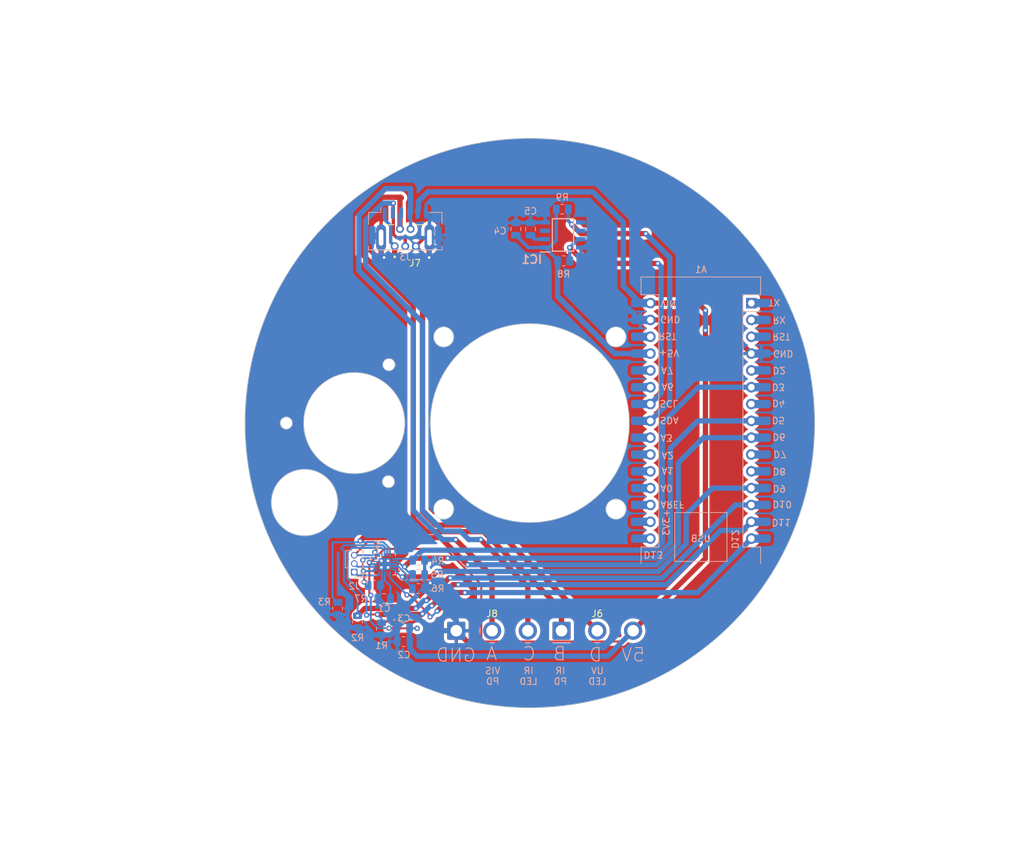
<source format=kicad_pcb>
(kicad_pcb (version 20221018) (generator pcbnew)
  (layers (0 "F.Cu" signal) (31 "B.Cu" signal) (34 "B.Paste" user) (35 "F.Paste" user) (36 "B.SilkS" user "B.Silkscreen") (37 "F.SilkS" user "F.Silkscreen") (38 "B.Mask" user) (39 "F.Mask" user) (44 "Edge.Cuts" user))
  (net 0 "")
  (net 1 "GND")
  (net 6 "UL")
  (net 8 "WL")
  (net 9 "WH")
  (net 12 "VL")
  (net 13 "VH")
  (net 14 "UH")
  (net 15 "VIO")
  (net 23 "SDA")
  (net 24 "SCL")
  (net 27 "+5V")
  (net 29 "VCC")
  (net 30 "Net-(U1-1.8VOUT)")
  (net 31 "W")
  (net 32 "V")
  (net 33 "Net-(J3-Pin_1)")
  (net 34 "Net-(J3-Pin_2)")
  (net 35 "Net-(J3-Pin_3)")
  (net 36 "Net-(J3-Pin_4)")
  (net 37 "U")
  (net 38 "Net-(U1-BRUV)")
  (net 42 "Net-(IC1-VDD3V3)")
  (footprint "USBMini:AMPHENOL_UE25BE5510H" (layer "F.Cu") (at 121.2 62 180)
    (fp_text reference "J7")
    (fp_text value "UE25BE5510H")
  )
  (footprint "Connector_Wire:SolderWire-1sqmm_1x03_P5.4mm_D1.4mm_OD2.7mm" (layer "F.Cu") (at 128.9 121.36)
    (fp_text reference "J8")
    (fp_text value "Conn_01x03_Pin")
  )
  (footprint "Connector_Wire:SolderWire-1sqmm_1x03_P5.4mm_D1.4mm_OD2.7mm" (layer "F.Cu") (at 144.78 121.36)
    (fp_text reference "J6")
    (fp_text value "Conn_01x03_Pin")
  )
  (footprint "Resistor_SMD:R_0805_2012Metric" (layer "B.Cu") (at 117.6 121.0875 -90)
    (fp_text reference "R1")
    (fp_text value "100k" hide)
  )
  (footprint "EveryNano:Arduino_Nano_pads" (layer "B.Cu") (at 173.425 71.89 90)
    (fp_text reference "A1")
    (fp_text value "Arduino_Nano_v3.x" hide)
  )
  (footprint "AS5600:SOIC127P600X175-8N" (layer "B.Cu") (at 145 61.6)
    (fp_text reference "IC1")
    (fp_text value "AS5600-ASOM" hide)
  )
  (footprint "Capacitor_SMD:C_0805_2012Metric" (layer "B.Cu") (at 140.1 60.705 90)
    (fp_text reference "C5")
    (fp_text value "1uF" hide)
  )
  (footprint "Resistor_SMD:R_0805_2012Metric" (layer "B.Cu") (at 123.1875 115)
    (fp_text reference "R6")
    (fp_text value "100k" hide)
  )
  (footprint "Capacitor_SMD:C_0805_2012Metric" (layer "B.Cu") (at 120.9 120.9 180)
    (fp_text reference "C3")
    (fp_text value "10uF" hide)
  )
  (footprint "Resistor_SMD:R_0805_2012Metric" (layer "B.Cu") (at 114 120 -90)
    (fp_text reference "R2")
    (fp_text value "100k" hide)
  )
  (footprint "Connector_Molex:Molex_CLIK-Mate_502382-0670_1x06-1MP_P1.25mm_Vertical" (layer "B.Cu") (at 121.2 60.25)
    (fp_text reference "J3")
    (fp_text value "Conn_01x06_Pin" hide)
  )
  (footprint "Connector_PinSocket_1.27mm:PinSocket_1x03_P1.27mm_Vertical" (layer "B.Cu") (at 113.5 112.5)
    (fp_text reference "J2")
    (fp_text value "Conn_01x03_Pin")
  )
  (footprint "Resistor_SMD:R_0805_2012Metric" (layer "B.Cu") (at 144.9 57.705 180)
    (fp_text reference "R9")
    (fp_text value "10k" hide)
  )
  (footprint "Resistor_SMD:R_0805_2012Metric" (layer "B.Cu") (at 111 118 -90)
    (fp_text reference "R3")
    (fp_text value "100k" hide)
  )
  (footprint "TMC6300:21-100586_K2033&plus_1C_ADI" (layer "B.Cu") (at 118.0776 111.300001 -90)
    (fp_text reference "U1")
    (fp_text value "TMC6300-LA-T" hide)
  )
  (footprint "Resistor_SMD:R_0805_2012Metric" (layer "B.Cu") (at 116.5 114.5)
    (fp_text reference "R7")
    (fp_text value "0.12" hide)
  )
  (footprint "Capacitor_SMD:C_0805_2012Metric" (layer "B.Cu") (at 120.95 123 180)
    (fp_text reference "C2")
    (fp_text value "0.1uF" hide)
  )
  (footprint "Resistor_SMD:R_0805_2012Metric" (layer "B.Cu") (at 145.1 65.505 180)
    (fp_text reference "R8")
    (fp_text value "10k" hide)
  )
  (footprint "Capacitor_SMD:C_0805_2012Metric" (layer "B.Cu") (at 137.9 60.705 90)
    (fp_text reference "C4")
    (fp_text value "0.1uF" hide)
  )
  (footprint "Resistor_SMD:R_0805_2012Metric" (layer "B.Cu") (at 123.2125 110.7)
    (fp_text reference "R4")
    (fp_text value "100k" hide)
  )
  (footprint "Resistor_SMD:R_0805_2012Metric" (layer "B.Cu") (at 123.2125 112.9)
    (fp_text reference "R5")
    (fp_text value "100k" hide)
  )
  (footprint "Capacitor_SMD:C_0805_2012Metric" (layer "B.Cu") (at 118 116.5 180)
    (fp_text reference "C1")
    (fp_text value "0.1uF" hide)
  )
  (gr_circle (center 118.73 81.19) (end 118.27 81.97) (stroke (width 0.1)) (fill none) (layer "Edge.Cuts"))
  (gr_circle (center 127 77) (end 128.5 77) (stroke (width 0.1)) (fill none) (layer "Edge.Cuts"))
  (gr_circle (center 113.5 90) (end 120.5 93) (stroke (width 0.1)) (fill none) (layer "Edge.Cuts"))
  (gr_circle (center 153 103) (end 154.5 103) (stroke (width 0.1)) (fill none) (layer "Edge.Cuts"))
  (gr_circle (center 153 77) (end 154.5 77) (stroke (width 0.1)) (fill none) (layer "Edge.Cuts"))
  (gr_circle (center 127 103) (end 128.5 103) (stroke (width 0.1)) (fill none) (layer "Edge.Cuts"))
  (gr_circle (center 140 90) (end 97 90) (stroke (width 0.1)) (fill none) (layer "Edge.Cuts"))
  (gr_circle (center 103.25 90) (end 102.35 90) (stroke (width 0.1)) (fill none) (layer "Edge.Cuts"))
  (gr_circle (center 118.66 98.85) (end 117.76 98.76) (stroke (width 0.1)) (fill none) (layer "Edge.Cuts"))
  (gr_circle (center 106 102) (end 109 98) (stroke (width 0.1)) (fill none) (layer "Edge.Cuts"))
  (gr_circle (center 140 90) (end 155 90) (stroke (width 0.1)) (fill none) (layer "Edge.Cuts"))
  (gr_text "GND" (at 132 126.2) (layer "B.SilkS") (effects (font (size 2 2)) (justify left bottom mirror)))
  (gr_text "B" (at 145.58 126) (layer "B.SilkS") (effects (font (size 2 2)) (justify left bottom mirror)))
  (gr_text "UV\nLED\n" (at 150.2 129.6) (layer "B.SilkS") (effects (font (size 1 1)) (justify bottom mirror)))
  (gr_text "D" (at 151 126.16) (layer "B.SilkS") (effects (font (size 2 2)) (justify left bottom mirror)))
  (gr_text "A" (at 135.2 126) (layer "B.SilkS") (effects (font (size 2 2)) (justify left bottom mirror)))
  (gr_text "IR\nPD\n" (at 144.6 129.6) (layer "B.SilkS") (effects (font (size 1 1)) (justify bottom mirror)))
  (gr_text "IR\nLED\n" (at 139.8 129.6) (layer "B.SilkS") (effects (font (size 1 1)) (justify bottom mirror)))
  (gr_text "5V" (at 157.48 126.16) (layer "B.SilkS") (effects (font (size 2 2)) (justify left bottom mirror)))
  (gr_text "VIS\nPD\n" (at 134.4 129.6) (layer "B.SilkS") (effects (font (size 1 1)) (justify bottom mirror)))
  (gr_text "C" (at 141 126) (layer "B.SilkS") (effects (font (size 2 2)) (justify left bottom mirror)))
  (segment (start 117.55 64.55) (end 118 65) (width 0.8) (layer "F.Cu") (net 1))
  (segment (start 117.6 111.354261) (end 120.385973 114.140234) (width 0.8) (layer "F.Cu") (net 1))
  (segment (start 167.5 74.43) (end 168.345 74.43) (width 0.8) (layer "F.Cu") (net 1))
  (segment (start 117.6 110.8) (end 117.6 111.354261) (width 0.8) (layer "F.Cu") (net 1))
  (segment (start 132.04 124.5) (end 159.5 124.5) (width 0.8) (layer "F.Cu") (net 1))
  (segment (start 168.345 74.43) (end 173.425 79.51) (width 0.8) (layer "F.Cu") (net 1))
  (segment (start 128.9 121.36) (end 132.04 124.5) (width 0.8) (layer "F.Cu") (net 1))
  (segment (start 127.96 121.36) (end 128.9 121.36) (width 0.3) (layer "F.Cu") (net 1))
  (segment (start 124.85 62) (end 124.1 62) (width 0.5) (layer "F.Cu") (net 1))
  (segment (start 159.5 124.5) (end 167.5 116.5) (width 0.8) (layer "F.Cu") (net 1))
  (segment (start 120.385973 114.140234) (end 124.974603 114.140234) (width 0.8) (layer "F.Cu") (net 1))
  (segment (start 124.8 65) (end 124.8 62.05) (width 0.8) (layer "F.Cu") (net 1))
  (segment (start 167.5 116.5) (end 167.5 74.43) (width 0.8) (layer "F.Cu") (net 1))
  (segment (start 158.185 74.43) (end 167.5 74.43) (width 0.8) (layer "F.Cu") (net 1))
  (segment (start 124.1 62) (end 122.8 63.3) (width 0.5) (layer "F.Cu") (net 1))
  (segment (start 124.8 62.05) (end 124.85 62) (width 0.8) (layer "F.Cu") (net 1))
  (segment (start 117.55 62) (end 117.55 64.55) (width 0.8) (layer "F.Cu") (net 1))
  (via (at 124.974603 114.140234) (size 0.8) (drill 0.4) (layers "F.Cu" "B.Cu") (net 1))
  (via (at 117.6 111.8) (size 0.8) (drill 0.4) (layers "F.Cu" "B.Cu") (net 1))
  (via (at 124.8 65) (size 0.8) (drill 0.4) (layers "F.Cu" "B.Cu") (net 1))
  (via (at 118 65) (size 0.8) (drill 0.4) (layers "F.Cu" "B.Cu") (net 1))
  (via (at 118.6 110.8) (size 0.8) (drill 0.4) (layers "F.Cu" "B.Cu") (net 1))
  (via (at 118.6 111.8) (size 0.8) (drill 0.4) (layers "F.Cu" "B.Cu") (net 1))
  (via (at 117.6 110.8) (size 0.8) (drill 0.4) (layers "F.Cu" "B.Cu") (net 1))
  (segment (start 130.318528 59.755) (end 127.536764 62.536764) (width 0.5) (layer "B.Cu") (net 1))
  (segment (start 124.125 112.9) (end 124.125 110.7) (width 0.3) (layer "B.Cu") (net 1))
  (segment (start 127.536764 62.536764) (end 126.673528 63.4) (width 0.5) (layer "B.Cu") (net 1))
  (segment (start 118.8 118.25) (end 117.05 116.5) (width 0.8) (layer "B.Cu") (net 1))
  (segment (start 117.677601 114.265101) (end 117.9125 114.5) (width 0.3) (layer "B.Cu") (net 1))
  (segment (start 117.2 61.65) (end 117.55 62) (width 0.8) (layer "B.Cu") (net 1))
  (segment (start 148.125 63.505) (end 148.8 62.83) (width 0.5) (layer "B.Cu") (net 1))
  (segment (start 140.1 59.755) (end 137.9 59.755) (width 0.5) (layer "B.Cu") (net 1))
  (segment (start 142.3 59.695) (end 140.16 59.695) (width 0.5) (layer "B.Cu") (net 1))
  (segment (start 124.959766 114.140234) (end 124.1 115) (width 0.8) (layer "B.Cu") (net 1))
  (segment (start 119.95 120.9) (end 118.8 119.75) (width 0.8) (layer "B.Cu") (net 1))
  (segment (start 118 111.377601) (end 118.0776 111.300001) (width 0.3) (layer "B.Cu") (net 1))
  (segment (start 121.677207 119.172793) (end 122.9 119.172792) (width 0.8) (layer "B.Cu") (net 1))
  (segment (start 124.1 115) (end 123.694607 115) (width 0.3) (layer "B.Cu") (net 1))
  (segment (start 148.95 66.74112) (end 148.95 62.6) (width 0.8) (layer "B.Cu") (net 1))
  (segment (start 124.85 58.825) (end 124.325 58.3) (width 0.5) (layer "B.Cu") (net 1))
  (segment (start 118.7 111.7) (end 118.6 111.8) (width 0.3) (layer "B.Cu") (net 1))
  (segment (start 117.677601 111.722399) (end 117.677601 111.7) (width 0.3) (layer "B.Cu") (net 1))
  (segment (start 117.677601 112.722401) (end 117.677601 111.877601) (width 0.3) (layer "B.Cu") (net 1))
  (segment (start 142.3 57.831472) (end 142.3 59.695) (width 0.5) (layer "B.Cu") (net 1))
  (segment (start 117.677601 114.234899) (end 117.4125 114.5) (width 0.3) (layer "B.Cu") (net 1))
  (segment (start 122.9 119.172792) (end 125.087208 121.36) (width 0.8) (layer "B.Cu") (net 1))
  (segment (start 113 120.9125) (end 111 118.9125) (width 0.8) (layer "B.Cu") (net 1))
  (segment (start 121.219607 117.475) (end 118.025 117.475) (width 0.3) (layer "B.Cu") (net 1))
  (segment (start 156.63888 74.43) (end 148.95 66.74112) (width 0.8) (layer "B.Cu") (net 1))
  (segment (start 119.100001 111.300001) (end 118.6 110.8) (width 0.3) (layer "B.Cu") (net 1))
  (segment (start 117.6 111.8) (end 117.677601 111.722399) (width 0.3) (layer "B.Cu") (net 1))
  (segment (start 125.087208 121.36) (end 128.9 121.36) (width 0.8) (layer "B.Cu") (net 1))
  (segment (start 116.225 61.65) (end 117.2 61.65) (width 0.8) (layer "B.Cu") (net 1))
  (segment (start 119.5 111.300001) (end 119.7794 111.300001) (width 0.3) (layer "B.Cu") (net 1))
  (segment (start 124.85 63) (end 124.85 62) (width 0.5) (layer "B.Cu") (net 1))
  (segment (start 147.7 63.505) (end 148.125 63.505) (width 0.5) (layer "B.Cu") (net 1))
  (segment (start 156.685 74.43) (end 156.63888 74.43) (width 0.8) (layer "B.Cu") (net 1))
  (segment (start 125.25 63.4) (end 124.85 63) (width 0.5) (layer "B.Cu") (net 1))
  (segment (start 126.673528 63.4) (end 125.25 63.4) (width 0.5) (layer "B.Cu") (net 1))
  (segment (start 143.831472 56.3) (end 142.3 57.831472) (width 0.5) (layer "B.Cu") (net 1))
  (segment (start 126.175 61.65) (end 127.061764 62.536764) (width 0.5) (layer "B.Cu") (net 1))
  (segment (start 117.677601 111.877601) (end 117.6 111.8) (width 0.3) (layer "B.Cu") (net 1))
  (segment (start 128.9 119.8) (end 124.1 115) (width 0.8) (layer "B.Cu") (net 1))
  (segment (start 119 122) (end 117.6 122) (width 0.8) (layer "B.Cu") (net 1))
  (segment (start 137.9 59.755) (end 130.318528 59.755) (width 0.5) (layer "B.Cu") (net 1))
  (segment (start 118.6 110.8) (end 118.099999 111.300001) (width 0.3) (layer "B.Cu") (net 1))
  (segment (start 118.8 119.75) (end 118.8 118.25) (width 0.8) (layer "B.Cu") (net 1))
  (segment (start 118.025 117.475) (end 117.05 116.5) (width 0.3) (layer "B.Cu") (net 1))
  (segment (start 118 65) (end 124.8 65) (width 0.8) (layer "B.Cu") (net 1))
  (segment (start 127.061764 62.536764) (end 127.536764 62.536764) (width 0.5) (layer "B.Cu") (net 1))
  (segment (start 117.4125 116.1375) (end 117.05 116.5) (width 0.3) (layer "B.Cu") (net 1))
  (segment (start 114 120.9125) (end 113 120.9125) (width 0.8) (layer "B.Cu") (net 1))
  (segment (start 117.977601 111.4) (end 118 111.4) (width 0.3) (layer "B.Cu") (net 1))
  (segment (start 119.7794 111.300001) (end 120.1397 111.6603) (width 0.3) (layer "B.Cu") (net 1))
  (segment (start 119.95 120.9) (end 121.677207 119.172793) (width 0.8) (layer "B.Cu") (net 1))
  (segment (start 117.4125 114.5) (end 117.4125 116.1375) (width 0.3) (layer "B.Cu") (net 1))
  (segment (start 124.125 114.975) (end 124.1 115) (width 0.3) (layer "B.Cu") (net 1))
  (segment (start 118.5 111.7) (end 118.477599 111.7) (width 0.3) (layer "B.Cu") (net 1))
  (segment (start 118.6 111.8) (end 118.5 111.7) (width 0.3) (layer "B.Cu") (net 1))
  (segment (start 121.479399 113) (end 121.479399 113.499006) (width 0.3) (layer "B.Cu") (net 1))
  (segment (start 121.479399 113.499006) (end 121.880393 113.9) (width 0.3) (layer "B.Cu") (net 1))
  (segment (start 123.694607 115) (end 121.219607 117.475) (width 0.3) (layer "B.Cu") (net 1))
  (segment (start 124.125 112.9) (end 124.125 114.975) (width 0.3) (layer "B.Cu") (net 1))
  (segment (start 140.16 59.695) (end 140.1 59.755) (width 0.5) (layer "B.Cu") (net 1))
  (segment (start 121.880393 113.9) (end 123.125 113.9) (width 0.3) (layer "B.Cu") (net 1))
  (segment (start 117.6 122) (end 115.0875 122) (width 0.8) (layer "B.Cu") (net 1))
  (segment (start 119.5 111.300001) (end 119.100001 111.300001) (width 0.3) (layer "B.Cu") (net 1))
  (segment (start 118 111.4) (end 118 111.377601) (width 0.3) (layer "B.Cu") (net 1))
  (segment (start 148.8 57.4) (end 147.7 56.3) (width 0.5) (layer "B.Cu") (net 1))
  (segment (start 117.677601 111.7) (end 117.977601 111.4) (width 0.3) (layer "B.Cu") (net 1))
  (segment (start 125.825 62) (end 126.175 61.65) (width 0.5) (layer "B.Cu") (net 1))
  (segment (start 128.9 121.36) (end 128.9 119.8) (width 0.8) (layer "B.Cu") (net 1))
  (segment (start 119.95 120.9) (end 119.95 122.95) (width 0.8) (layer "B.Cu") (net 1))
  (segment (start 120.1 111.7) (end 120.1397 111.6603) (width 0.3) (layer "B.Cu") (net 1))
  (segment (start 119.95 122.95) (end 120 123) (width 0.8) (layer "B.Cu") (net 1))
  (segment (start 118.477599 111.7) (end 118.0776 111.300001) (width 0.3) (layer "B.Cu") (net 1))
  (segment (start 124.85 62) (end 124.85 58.825) (width 0.5) (layer "B.Cu") (net 1))
  (segment (start 124.974603 114.140234) (end 124.959766 114.140234) (width 0.8) (layer "B.Cu") (net 1))
  (segment (start 123.125 113.9) (end 124.125 112.9) (width 0.3) (layer "B.Cu") (net 1))
  (segment (start 119.6 121.4) (end 119 122) (width 0.8) (layer "B.Cu") (net 1))
  (segment (start 119.5 111.7) (end 118.7 111.7) (width 0.3) (layer "B.Cu") (net 1))
  (segment (start 147.7 56.3) (end 143.831472 56.3) (width 0.5) (layer "B.Cu") (net 1))
  (segment (start 115.0875 122) (end 114 120.9125) (width 0.8) (layer "B.Cu") (net 1))
  (segment (start 120.1397 111.6603) (end 121.479399 113) (width 0.3) (layer "B.Cu") (net 1))
  (segment (start 119.5 111.7) (end 120.1 111.7) (width 0.3) (layer "B.Cu") (net 1))
  (segment (start 124.85 62) (end 125.825 62) (width 0.5) (layer "B.Cu") (net 1))
  (segment (start 118.099999 111.300001) (end 118.0776 111.300001) (width 0.3) (layer "B.Cu") (net 1))
  (segment (start 117.677601 112.722401) (end 117.677601 114.234899) (width 0.3) (layer "B.Cu") (net 1))
  (segment (start 148.8 62.83) (end 148.8 57.4) (width 0.5) (layer "B.Cu") (net 1))
  (segment (start 119.5 110.5) (end 122.1 110.5) (width 0.3) (layer "B.Cu") (net 6))
  (segment (start 160 108) (end 158.8 109.2) (width 0.8) (layer "B.Cu") (net 6))
  (segment (start 160 90) (end 160 108) (width 0.8) (layer "B.Cu") (net 6))
  (segment (start 173.425 84.59) (end 165.41 84.59) (width 0.8) (layer "B.Cu") (net 6))
  (segment (start 158.8 109.2) (end 123.8 109.2) (width 0.8) (layer "B.Cu") (net 6))
  (segment (start 122.1 110.5) (end 122.3 110.7) (width 0.3) (layer "B.Cu") (net 6))
  (segment (start 165.41 84.59) (end 160 90) (width 0.8) (layer "B.Cu") (net 6))
  (segment (start 123.8 109.2) (end 122.3 110.7) (width 0.8) (layer "B.Cu") (net 6))
  (segment (start 127.6 110.4) (end 122.4 110.4) (width 0.8) (layer "F.Cu") (net 8))
  (segment (start 122.4 110.4) (end 121.098966 111.701034) (width 0.8) (layer "F.Cu") (net 8))
  (via (at 127.6 110.4) (size 0.8) (drill 0.4) (layers "F.Cu" "B.Cu") (net 8))
  (via (at 121.098966 111.701034) (size 0.8) (drill 0.4) (layers "F.Cu" "B.Cu") (net 8))
  (segment (start 119.5 110.900002) (end 120.082601 110.900002) (width 0.3) (layer "B.Cu") (net 8))
  (segment (start 121.191299 112.008701) (end 122.082599 112.9) (width 0.3) (layer "B.Cu") (net 8))
  (segment (start 122.082599 112.9) (end 122.3 112.9) (width 0.3) (layer "B.Cu") (net 8))
  (segment (start 158.872792 110.4) (end 127.6 110.4) (width 0.8) (layer "B.Cu") (net 8))
  (segment (start 161.2 108.072792) (end 158.872792 110.4) (width 0.8) (layer "B.Cu") (net 8))
  (segment (start 173.425 89.67) (end 165.33 89.67) (width 0.8) (layer "B.Cu") (net 8))
  (segment (start 165.33 89.67) (end 161.2 93.8) (width 0.8) (layer "B.Cu") (net 8))
  (segment (start 161.2 93.8) (end 161.2 108.072792) (width 0.8) (layer "B.Cu") (net 8))
  (segment (start 121.191299 112.008701) (end 121.098966 111.916368) (width 0.3) (layer "B.Cu") (net 8))
  (segment (start 120.082601 110.900002) (end 121.191299 112.008701) (width 0.3) (layer "B.Cu") (net 8))
  (segment (start 121.098966 111.916368) (end 121.098966 111.701034) (width 0.3) (layer "B.Cu") (net 8))
  (segment (start 114.9005 107.3) (end 114.4 107.8005) (width 0.8) (layer "F.Cu") (net 9))
  (segment (start 130.6 111.4) (end 126.5 107.3) (width 0.8) (layer "F.Cu") (net 9))
  (segment (start 126.5 107.3) (end 114.9005 107.3) (width 0.8) (layer "F.Cu") (net 9))
  (via (at 130.6 111.4) (size 0.8) (drill 0.4) (layers "F.Cu" "B.Cu") (net 9))
  (via (at 114.4 107.8005) (size 0.8) (drill 0.4) (layers "F.Cu" "B.Cu") (net 9))
  (segment (start 110.225 116.3125) (end 111 117.0875) (width 0.3) (layer "B.Cu") (net 9))
  (segment (start 159.145584 111.4) (end 151.6 111.4) (width 0.8) (layer "B.Cu") (net 9))
  (segment (start 173.425 92.21) (end 166.19 92.21) (width 0.8) (layer "B.Cu") (net 9))
  (segment (start 118.877601 109.877601) (end 118.877601 108.96363) (width 0.3) (layer "B.Cu") (net 9))
  (segment (start 151.6 111.4) (end 130.6 111.4) (width 0.8) (layer "B.Cu") (net 9))
  (segment (start 117.913971 108) (end 110.225 108) (width 0.3) (layer "B.Cu") (net 9))
  (segment (start 110.225 108) (end 110.225 116.3125) (width 0.3) (layer "B.Cu") (net 9))
  (segment (start 166.19 92.21) (end 162.4 96) (width 0.8) (layer "B.Cu") (net 9))
  (segment (start 162.4 96) (end 162.4 108.145584) (width 0.8) (layer "B.Cu") (net 9))
  (segment (start 162.4 108.145584) (end 159.145584 111.4) (width 0.8) (layer "B.Cu") (net 9))
  (segment (start 118.877601 108.96363) (end 117.913971 108) (width 0.3) (layer "B.Cu") (net 9))
  (segment (start 125.159266 113.240734) (end 120.759266 113.240734) (width 0.8) (layer "F.Cu") (net 12))
  (segment (start 126 112.4) (end 125.159266 113.240734) (width 0.8) (layer "F.Cu") (net 12))
  (via (at 126 112.4) (size 0.8) (drill 0.4) (layers "F.Cu" "B.Cu") (net 12))
  (via (at 120.759266 113.240734) (size 0.8) (drill 0.4) (layers "F.Cu" "B.Cu") (net 12))
  (segment (start 155.8 112.4) (end 138.27684 112.4) (width 0.8) (layer "B.Cu") (net 12))
  (segment (start 163.6 108.218376) (end 159.418376 112.4) (width 0.8) (layer "B.Cu") (net 12))
  (segment (start 122.275 114.875002) (end 122.275 115) (width 0.3) (layer "B.Cu") (net 12))
  (segment (start 120.699999 113.300001) (end 122.275 114.875002) (width 0.3) (layer "B.Cu") (net 12))
  (segment (start 159.418376 112.4) (end 155.8 112.4) (width 0.8) (layer "B.Cu") (net 12))
  (segment (start 173.425 99.83) (end 167.57 99.83) (width 0.8) (layer "B.Cu") (net 12))
  (segment (start 119.5 112.100002) (end 120.699999 113.300001) (width 0.3) (layer "B.Cu") (net 12))
  (segment (start 163.6 103.8) (end 163.6 108.218376) (width 0.8) (layer "B.Cu") (net 12))
  (segment (start 120.699999 113.300001) (end 120.759266 113.240734) (width 0.3) (layer "B.Cu") (net 12))
  (segment (start 138.27684 112.4) (end 126 112.4) (width 0.8) (layer "B.Cu") (net 12))
  (segment (start 167.57 99.83) (end 163.6 103.8) (width 0.8) (layer "B.Cu") (net 12))
  (segment (start 128 113.4) (end 127.8 113.4) (width 0.8) (layer "F.Cu") (net 13))
  (segment (start 127.8 113.4) (end 124.4 116.8) (width 0.8) (layer "F.Cu") (net 13))
  (segment (start 115.0875 118) (end 114 119.0875) (width 0.8) (layer "F.Cu") (net 13))
  (segment (start 122.8 118) (end 115.0875 118) (width 0.8) (layer "F.Cu") (net 13))
  (via (at 128 113.4) (size 0.8) (drill 0.4) (layers "F.Cu" "B.Cu") (net 13))
  (via (at 124.4 116.8) (size 0.8) (drill 0.4) (layers "F.Cu" "B.Cu") (net 13))
  (via (at 122.8 118) (size 0.8) (drill 0.4) (layers "F.Cu" "B.Cu") (net 13))
  (via (at 114 119.0875) (size 0.8) (drill 0.4) (layers "F.Cu" "B.Cu") (net 13))
  (segment (start 124.4 116.8) (end 124 116.8) (width 0.8) (layer "B.Cu") (net 13))
  (segment (start 171.03 102.37) (end 161.2 112.2) (width 0.8) (layer "B.Cu") (net 13))
  (segment (start 160 113.4) (end 128 113.4) (width 0.8) (layer "B.Cu") (net 13))
  (segment (start 111.5125 108.9125) (end 111.95 109.35) (width 0.3) (layer "B.Cu") (net 13))
  (segment (start 118.477599 109.877601) (end 118.4776 109.129314) (width 0.3) (layer "B.Cu") (net 13))
  (segment (start 114 116) (end 114 119.0875) (width 0.3) (layer "B.Cu") (net 13))
  (segment (start 173.425 102.37) (end 171.03 102.37) (width 0.8) (layer "B.Cu") (net 13))
  (segment (start 111.975 108.45) (end 111.5125 108.9125) (width 0.3) (layer "B.Cu") (net 13))
  (segment (start 124 116.8) (end 122.8 118) (width 0.8) (layer "B.Cu") (net 13))
  (segment (start 118.4776 109.129314) (end 117.798286 108.45) (width 0.3) (layer "B.Cu") (net 13))
  (segment (start 161.2 112.2) (end 160 113.4) (width 0.8) (layer "B.Cu") (net 13))
  (segment (start 111.95 113.95) (end 114 116) (width 0.3) (layer "B.Cu") (net 13))
  (segment (start 117.798286 108.45) (end 111.975 108.45) (width 0.3) (layer "B.Cu") (net 13))
  (segment (start 111.95 109.35) (end 111.95 113.95) (width 0.3) (layer "B.Cu") (net 13))
  (segment (start 123.8 118.8) (end 123.7 118.9) (width 0.8) (layer "F.Cu") (net 14))
  (segment (start 117 118.9) (end 115.459586 118.9) (width 0.3) (layer "F.Cu") (net 14))
  (segment (start 128.4 114.4) (end 125.2 117.6) (width 0.8) (layer "F.Cu") (net 14))
  (segment (start 115.459586 118.9) (end 115.350926 119.00866) (width 0.3) (layer "F.Cu") (net 14))
  (segment (start 123.7 118.9) (end 117 118.9) (width 0.8) (layer "F.Cu") (net 14))
  (segment (start 129.2 114.4) (end 128.4 114.4) (width 0.8) (layer "F.Cu") (net 14))
  (via (at 125.2 117.6) (size 0.8) (drill 0.4) (layers "F.Cu" "B.Cu") (net 14))
  (via (at 123.8 118.8) (size 0.8) (drill 0.4) (layers "F.Cu" "B.Cu") (net 14))
  (via (at 117 118.9) (size 0.8) (drill 0.4) (layers "F.Cu" "B.Cu") (net 14))
  (via (at 129.2 114.4) (size 0.8) (drill 0.4) (layers "F.Cu" "B.Cu") (net 14))
  (via (at 115.350926 119.00866) (size 0.8) (drill 0.4) (layers "F.Cu" "B.Cu") (net 14))
  (segment (start 115.350926 116.350926) (end 115.350926 119.00866) (width 0.3) (layer "B.Cu") (net 14))
  (segment (start 117.6 119.5) (end 117 118.9) (width 0.3) (layer "B.Cu") (net 14))
  (segment (start 168.79 106.21) (end 163.6 111.4) (width 0.8) (layer "B.Cu") (net 14))
  (segment (start 117.6 120.175) (end 117.474339 120.175) (width 0.3) (layer "B.Cu") (net 14))
  (segment (start 113.15 108.85) (end 112.5 109.5) (width 0.3) (layer "B.Cu") (net 14))
  (segment (start 160.6 114.4) (end 129.2 114.4) (width 0.8) (layer "B.Cu") (net 14))
  (segment (start 117.6 120.175) (end 117.6 119.5) (width 0.3) (layer "B.Cu") (net 14))
  (segment (start 118.0776 109.877601) (end 118.0776 109.295) (width 0.3) (layer "B.Cu") (net 14))
  (segment (start 112.5 109.5) (end 112.5 113.5) (width 0.3) (layer "B.Cu") (net 14))
  (segment (start 112.5 113.5) (end 115.350926 116.350926) (width 0.3) (layer "B.Cu") (net 14))
  (segment (start 163.6 111.4) (end 160.6 114.4) (width 0.8) (layer "B.Cu") (net 14))
  (segment (start 125 117.6) (end 123.8 118.8) (width 0.8) (layer "B.Cu") (net 14))
  (segment (start 172.125 106.21) (end 168.79 106.21) (width 0.8) (layer "B.Cu") (net 14))
  (segment (start 117.6326 108.85) (end 113.15 108.85) (width 0.3) (layer "B.Cu") (net 14))
  (segment (start 118.0776 109.295) (end 117.6326 108.85) (width 0.3) (layer "B.Cu") (net 14))
  (segment (start 173.425 104.91) (end 172.125 106.21) (width 0.8) (layer "B.Cu") (net 14))
  (segment (start 125.2 117.6) (end 125 117.6) (width 0.8) (layer "B.Cu") (net 14))
  (segment (start 121.860386 115.941147) (end 124.940734 119.021495) (width 0.3) (layer "F.Cu") (net 15))
  (segment (start 124.940734 119.021495) (end 124.940734 119.259266) (width 0.3) (layer "F.Cu") (net 15))
  (segment (start 121.446349 115.941147) (end 121.860386 115.941147) (width 0.3) (layer "F.Cu") (net 15))
  (segment (start 128.8 115.6) (end 126 118.4) (width 0.8) (layer "F.Cu") (net 15))
  (segment (start 130.2 115.6) (end 128.8 115.6) (width 0.8) (layer "F.Cu") (net 15))
  (via (at 130.2 115.6) (size 0.8) (drill 0.4) (layers "F.Cu" "B.Cu") (net 15))
  (via (at 126 118.4) (size 0.8) (drill 0.4) (layers "F.Cu" "B.Cu") (net 15))
  (via (at 121.446349 115.941147) (size 0.8) (drill 0.4) (layers "F.Cu" "B.Cu") (net 15))
  (via (at 124.940734 119.259266) (size 0.8) (drill 0.4) (layers "F.Cu" "B.Cu") (net 15))
  (segment (start 125.140734 119.259266) (end 126 118.4) (width 0.3) (layer "B.Cu") (net 15))
  (segment (start 173.425 107.45) (end 165.275 115.6) (width 0.8) (layer "B.Cu") (net 15))
  (segment (start 124.940734 119.259266) (end 125.140734 119.259266) (width 0.3) (layer "B.Cu") (net 15))
  (segment (start 165.275 115.6) (end 130.2 115.6) (width 0.8) (layer "B.Cu") (net 15))
  (segment (start 118.877601 112.722401) (end 118.877601 113.372399) (width 0.3) (layer "B.Cu") (net 15))
  (segment (start 118.877601 113.372399) (end 121.446349 115.941147) (width 0.3) (layer "B.Cu") (net 15))
  (segment (start 147.71 61.4) (end 146.305 59.995) (width 0.8) (layer "F.Cu") (net 23))
  (segment (start 157.5 61.4) (end 147.71 61.4) (width 0.8) (layer "F.Cu") (net 23))
  (via (at 157.5 61.4) (size 0.8) (drill 0.4) (layers "F.Cu" "B.Cu") (net 23))
  (via (at 146.305 59.995) (size 0.8) (drill 0.4) (layers "F.Cu" "B.Cu") (net 23))
  (segment (start 161.1 86.755) (end 161.1 65) (width 0.8) (layer "B.Cu") (net 23))
  (segment (start 146.305 59.995) (end 147.275 60.965) (width 0.5) (layer "B.Cu") (net 23))
  (segment (start 145.8125 57.705) (end 145.8125 59.5025) (width 0.5) (layer "B.Cu") (net 23))
  (segment (start 145.8125 59.5025) (end 146.305 59.995) (width 0.5) (layer "B.Cu") (net 23))
  (segment (start 147.275 60.965) (end 147.7 60.965) (width 0.5) (layer "B.Cu") (net 23))
  (segment (start 158.185 89.67) (end 161.1 86.755) (width 0.8) (layer "B.Cu") (net 23))
  (segment (start 161.1 65) (end 157.5 61.4) (width 0.8) (layer "B.Cu") (net 23))
  (segment (start 148.415 65.9) (end 146.0125 63.4975) (width 0.8) (layer "F.Cu") (net 24))
  (segment (start 159.3 65.9) (end 148.415 65.9) (width 0.8) (layer "F.Cu") (net 24))
  (via (at 146.0125 63.4975) (size 0.8) (drill 0.4) (layers "F.Cu" "B.Cu") (net 24))
  (via (at 159.3 65.9) (size 0.8) (drill 0.4) (layers "F.Cu" "B.Cu") (net 24))
  (segment (start 147.275 62.235) (end 146.0125 63.4975) (width 0.5) (layer "B.Cu") (net 24))
  (segment (start 159.8 85.515) (end 159.8 66.9) (width 0.8) (layer "B.Cu") (net 24))
  (segment (start 146.0125 63.4975) (end 146.0125 65.505) (width 0.5) (layer "B.Cu") (net 24))
  (segment (start 159.8 66.9) (end 159.8 66.4) (width 0.8) (layer "B.Cu") (net 24))
  (segment (start 159.8 66.4) (end 159.3 65.9) (width 0.8) (layer "B.Cu") (net 24))
  (segment (start 158.185 87.13) (end 159.8 85.515) (width 0.8) (layer "B.Cu") (net 24))
  (segment (start 147.7 62.235) (end 147.275 62.235) (width 0.5) (layer "B.Cu") (net 24))
  (segment (start 139.75 63.505) (end 137.9 61.655) (width 0.5) (layer "B.Cu") (net 27))
  (segment (start 143.9875 62.4125) (end 142.5975 63.8025) (width 0.5) (layer "B.Cu") (net 27))
  (segment (start 142.5975 63.8025) (end 142.3 63.505) (width 0.5) (layer "B.Cu") (net 27))
  (segment (start 142.3 63.505) (end 139.75 63.505) (width 0.5) (layer "B.Cu") (net 27))
  (segment (start 152.812632 79.51) (end 144.1875 70.884868) (width 0.8) (layer "B.Cu") (net 27))
  (segment (start 156.685 79.51) (end 152.812632 79.51) (width 0.8) (layer "B.Cu") (net 27))
  (segment (start 144.1875 70.884868) (end 144.1875 65.505) (width 0.8) (layer "B.Cu") (net 27))
  (segment (start 143.9875 57.705) (end 143.9875 62.4125) (width 0.5) (layer "B.Cu") (net 27))
  (segment (start 144.1875 65.3925) (end 142.5975 63.8025) (width 0.5) (layer "B.Cu") (net 27))
  (segment (start 144.1875 65.505) (end 144.1875 65.3925) (width 0.5) (layer "B.Cu") (net 27))
  (segment (start 115.968677 111.050562) (end 118.019239 109) (width 0.3) (layer "F.Cu") (net 29))
  (segment (start 133.135 122.985) (end 153.955 122.985) (width 0.3) (layer "F.Cu") (net 29))
  (segment (start 115.777104 111.050562) (end 115.968677 111.050562) (width 0.3) (layer "F.Cu") (net 29))
  (segment (start 166.5 110.44) (end 166.5 101) (width 0.8) (layer "F.Cu") (net 29))
  (segment (start 132.675 114.394238) (end 132.675 122.525) (width 0.3) (layer "F.Cu") (net 29))
  (segment (start 115.777104 111.050562) (end 115.777104 114.142135) (width 0.3) (layer "F.Cu") (net 29))
  (segment (start 118.752914 120.975) (end 118.777914 121) (width 0.3) (layer "F.Cu") (net 29))
  (segment (start 132.675 122.525) (end 133.135 122.985) (width 0.3) (layer "F.Cu") (net 29))
  (segment (start 115.777104 114.142135) (end 115.777104 115.777104) (width 0.3) (layer "F.Cu") (net 29))
  (segment (start 165.39 71.89) (end 158.185 71.89) (width 0.8) (layer "F.Cu") (net 29))
  (segment (start 166.5 101) (end 166.5 76) (width 0.8) (layer "F.Cu") (net 29))
  (segment (start 166.5 73) (end 165.39 71.89) (width 0.8) (layer "F.Cu") (net 29))
  (segment (start 115.777104 115.777104) (end 116 116) (width 0.3) (layer "F.Cu") (net 29))
  (segment (start 127.280762 109) (end 132.675 114.394238) (width 0.3) (layer "F.Cu") (net 29))
  (segment (start 118.019239 109) (end 127.280762 109) (width 0.3) (layer "F.Cu") (net 29))
  (segment (start 122 121) (end 123 121) (width 0.3) (layer "F.Cu") (net 29))
  (segment (start 118.777914 121) (end 122 121) (width 0.3) (layer "F.Cu") (net 29))
  (segment (start 155.58 121.36) (end 166.5 110.44) (width 0.8) (layer "F.Cu") (net 29))
  (segment (start 153.955 122.985) (end 155.58 121.36) (width 0.3) (layer "F.Cu") (net 29))
  (via (at 116 116) (size 0.8) (drill 0.4) (layers "F.Cu" "B.Cu") (net 29))
  (via (at 115.777104 111.050562) (size 0.8) (drill 0.4) (layers "F.Cu" "B.Cu") (net 29))
  (via (at 166.5 76) (size 0.8) (drill 0.4) (layers "F.Cu" "B.Cu") (net 29))
  (via (at 166.5 73) (size 0.8) (drill 0.4) (layers "F.Cu" "B.Cu") (net 29))
  (via (at 123 121) (size 0.8) (drill 0.4) (layers "F.Cu" "B.Cu") (net 29))
  (via (at 118.752914 120.975) (size 0.8) (drill 0.4) (layers "F.Cu" "B.Cu") (net 29))
  (segment (start 154.1 69.305) (end 156.685 71.89) (width 0.8) (layer "B.Cu") (net 29))
  (segment (start 116 119.994607) (end 116.980393 120.975) (width 0.3) (layer "B.Cu") (net 29))
  (segment (start 166.5 76) (end 166.5 73) (width 0.8) (layer "B.Cu") (net 29))
  (segment (start 123.075 58.3) (end 123.075 57.780761) (width 0.8) (layer "B.Cu") (net 29))
  (segment (start 123.2 56.5) (end 124.6 55.1) (width 0.8) (layer "B.Cu") (net 29))
  (segment (start 124.6 55.1) (end 149.5 55.1) (width 0.8) (layer "B.Cu") (net 29))
  (segment (start 121.95 121) (end 121.85 120.9) (width 0.3) (layer "B.Cu") (net 29))
  (segment (start 116 116) (end 116 119.994607) (width 0.3) (layer "B.Cu") (net 29))
  (segment (start 123 125.2) (end 151.74 125.2) (width 0.8) (layer "B.Cu") (net 29))
  (segment (start 123.2 57.655761) (end 123.2 56.5) (width 0.8) (layer "B.Cu") (net 29))
  (segment (start 123.075 57.780761) (end 123.2 57.655761) (width 0.8) (layer "B.Cu") (net 29))
  (segment (start 121.85 122.95) (end 121.9 123) (width 0.8) (layer "B.Cu") (net 29))
  (segment (start 149.5 55.1) (end 154.1 59.7) (width 0.8) (layer "B.Cu") (net 29))
  (segment (start 116.026543 111.300001) (end 115.777104 111.050562) (width 0.3) (layer "B.Cu") (net 29))
  (segment (start 116.980393 120.975) (end 118.752914 120.975) (width 0.3) (layer "B.Cu") (net 29))
  (segment (start 121.9 123) (end 121.9 124.1) (width 0.8) (layer "B.Cu") (net 29))
  (segment (start 151.74 125.2) (end 155.58 121.36) (width 0.8) (layer "B.Cu") (net 29))
  (segment (start 123 121) (end 121.95 121) (width 0.3) (layer "B.Cu") (net 29))
  (segment (start 121.9 124.1) (end 123 125.2) (width 0.8) (layer "B.Cu") (net 29))
  (segment (start 116.6552 111.300001) (end 116.026543 111.300001) (width 0.3) (layer "B.Cu") (net 29))
  (segment (start 121.85 120.9) (end 121.85 122.95) (width 0.8) (layer "B.Cu") (net 29))
  (segment (start 154.1 59.7) (end 154.1 69.305) (width 0.8) (layer "B.Cu") (net 29))
  (segment (start 118.0776 112.722401) (end 118.0776 113.745493) (width 0.3) (layer "B.Cu") (net 30))
  (segment (start 118.0776 113.745493) (end 118.95 114.617893) (width 0.3) (layer "B.Cu") (net 30))
  (segment (start 118.95 114.617893) (end 118.95 116.5) (width 0.3) (layer "B.Cu") (net 30))
  (segment (start 116.85 108.330761) (end 116.469239 107.95) (width 0.3) (layer "F.Cu") (net 31))
  (segment (start 116.469239 107.95) (end 115.51 107.95) (width 0.3) (layer "F.Cu") (net 31))
  (segment (start 115.51 107.95) (end 113.5 109.96) (width 0.3) (layer "F.Cu") (net 31))
  (segment (start 116.6 109.5) (end 116.85 109.25) (width 0.3) (layer "F.Cu") (net 31))
  (segment (start 116.85 109.25) (end 116.85 108.330761) (width 0.3) (layer "F.Cu") (net 31))
  (via (at 116.6 109.5) (size 0.8) (drill 0.4) (layers "F.Cu" "B.Cu") (net 31))
  (segment (start 117.1952 109.96) (end 117.277599 109.877601) (width 0.3) (layer "B.Cu") (net 31))
  (segment (start 117.277599 109.877601) (end 116.977601 109.877601) (width 0.3) (layer "B.Cu") (net 31))
  (segment (start 113.5 109.96) (end 117.1952 109.96) (width 0.3) (layer "B.Cu") (net 31))
  (segment (start 116.977601 109.877601) (end 116.6 109.5) (width 0.3) (layer "B.Cu") (net 31))
  (segment (start 113.5 111.23) (end 113.73 111.23) (width 0.3) (layer "F.Cu") (net 32))
  (segment (start 113.97 111.7) (end 113.5 111.23) (width 0.3) (layer "B.Cu") (net 32))
  (segment (start 115.5 111.7) (end 113.97 111.7) (width 0.3) (layer "B.Cu") (net 32))
  (segment (start 116.6552 111.7) (end 115.5 111.7) (width 0.3) (layer "B.Cu") (net 32))
  (segment (start 123.8 103.4) (end 123.8 69.8) (width 0.8) (layer "F.Cu") (net 33))
  (segment (start 123.8 69.8) (end 119.6 65.6) (width 0.8) (layer "F.Cu") (net 33))
  (segment (start 150.18 121.36) (end 134.22 105.4) (width 0.8) (layer "F.Cu") (net 33))
  (segment (start 134.22 105.4) (end 125.8 105.4) (width 0.8) (layer "F.Cu") (net 33))
  (segment (start 119.6 65.6) (end 119.6 63.3) (width 0.8) (layer "F.Cu") (net 33))
  (segment (start 125.8 105.4) (end 123.8 103.4) (width 0.8) (layer "F.Cu") (net 33))
  (segment (start 118.075 59.275) (end 118.075 58.3) (width 0.5) (layer "B.Cu") (net 33))
  (segment (start 119 62.7) (end 119 60.2) (width 0.5) (layer "B.Cu") (net 33))
  (segment (start 119 60.2) (end 118.075 59.275) (width 0.5) (layer "B.Cu") (net 33))
  (segment (start 119.6 63.3) (end 119 62.7) (width 0.5) (layer "B.Cu") (net 33))
  (segment (start 139.7 121.36) (end 139.7 114.7) (width 0.8) (layer "F.Cu") (net 34))
  (segment (start 119.4 56.8) (end 119.4 61.5) (width 0.5) (layer "F.Cu") (net 34))
  (segment (start 119.4 61.5) (end 119.9 62) (width 0.5) (layer "F.Cu") (net 34))
  (segment (start 121 62) (end 121.2 62.2) (width 0.5) (layer "F.Cu") (net 34))
  (segment (start 119.9 62) (end 121 62) (width 0.5) (layer "F.Cu") (net 34))
  (segment (start 139.7 114.7) (end 132.6 107.6) (width 0.8) (layer "F.Cu") (net 34))
  (segment (start 121.2 62.2) (end 121.2 63.3) (width 0.5) (layer "F.Cu") (net 34))
  (via (at 132.6 107.6) (size 0.8) (drill 0.4) (layers "F.Cu" "B.Cu") (net 34))
  (via (at 119.4 56.8) (size 0.8) (drill 0.4) (layers "F.Cu" "B.Cu") (net 34))
  (segment (start 123.8 103.2) (end 123.8 74.8) (width 0.8) (layer "B.Cu") (net 34))
  (segment (start 117.805761 56.8) (end 119.4 56.8) (width 0.8) (layer "B.Cu") (net 34))
  (segment (start 126.9 106.3) (end 123.8 103.2) (width 0.8) (layer "B.Cu") (net 34))
  (segment (start 123.8 74.8) (end 115.225 66.225) (width 0.8) (layer "B.Cu") (net 34))
  (segment (start 119.325 56.875) (end 119.4 56.8) (width 0.5) (layer "B.Cu") (net 34))
  (segment (start 115.225 59.380761) (end 117.805761 56.8) (width 0.8) (layer "B.Cu") (net 34))
  (segment (start 115.225 66.225) (end 115.225 59.380761) (width 0.8) (layer "B.Cu") (net 34))
  (segment (start 130.8 107.6) (end 129.5 106.3) (width 0.8) (layer "B.Cu") (net 34))
  (segment (start 119.325 58.3) (end 119.325 56.875) (width 0.5) (layer "B.Cu") (net 34))
  (segment (start 129.5 106.3) (end 126.9 106.3) (width 0.8) (layer "B.Cu") (net 34))
  (segment (start 132.6 107.6) (end 130.8 107.6) (width 0.8) (layer "B.Cu") (net 34))
  (segment (start 120.6 56) (end 120.4 56.2) (width 0.8) (layer "F.Cu") (net 35))
  (segment (start 114.6 64.4) (end 114.6 59) (width 0.8) (layer "F.Cu") (net 35))
  (segment (start 120.5 55.9) (end 120.6 56) (width 0.8) (layer "F.Cu") (net 35))
  (segment (start 122.4 104.4) (end 122.4 72.2) (width 0.8) (layer "F.Cu") (net 35))
  (segment (start 124.4 106.4) (end 122.4 104.4) (width 0.8) (layer "F.Cu") (net 35))
  (segment (start 120.4 56.2) (end 120.4 60.7) (width 0.8) (layer "F.Cu") (net 35))
  (segment (start 133 106.4) (end 124.4 106.4) (width 0.8) (layer "F.Cu") (net 35))
  (segment (start 144.78 121.36) (end 144.78 118.18) (width 0.8) (layer "F.Cu") (net 35))
  (segment (start 117.7 55.9) (end 120.5 55.9) (width 0.8) (layer "F.Cu") (net 35))
  (segment (start 122.4 72.2) (end 114.6 64.4) (width 0.8) (layer "F.Cu") (net 35))
  (segment (start 144.78 118.18) (end 133 106.4) (width 0.8) (layer "F.Cu") (net 35))
  (segment (start 114.6 59) (end 117.7 55.9) (width 0.8) (layer "F.Cu") (net 35))
  (segment (start 120.4 60.7) (end 120.4 58.475) (width 0.5) (layer "B.Cu") (net 35))
  (segment (start 120.4 58.475) (end 120.575 58.3) (width 0.5) (layer "B.Cu") (net 35))
  (segment (start 134.3 113.1) (end 128.8 107.6) (width 0.8) (layer "F.Cu") (net 36))
  (segment (start 134.3 121.36) (end 134.3 113.1) (width 0.8) (layer "F.Cu") (net 36))
  (via (at 128.8 107.6) (size 0.8) (drill 0.4) (layers "F.Cu" "B.Cu") (net 36))
  (segment (start 122 54.6) (end 122 58.125) (width 0.8) (layer "B.Cu") (net 36))
  (segment (start 128.8 107.6) (end 126.8 107.6) (width 0.8) (layer "B.Cu") (net 36))
  (segment (start 122.4 103.2) (end 122.4 75.2) (width 0.8) (layer "B.Cu") (net 36))
  (segment (start 126.8 107.6) (end 122.4 103.2) (width 0.8) (layer "B.Cu") (net 36))
  (segment (start 114.2 58.6) (end 118.2 54.6) (width 0.8) (layer "B.Cu") (net 36))
  (segment (start 122 60.7) (end 122 58.475) (width 0.5) (layer "B.Cu") (net 36))
  (segment (start 122.4 75.2) (end 114.2 67) (width 0.8) (layer "B.Cu") (net 36))
  (segment (start 114.2 67) (end 114.2 58.6) (width 0.8) (layer "B.Cu") (net 36))
  (segment (start 118.2 54.6) (end 122 54.6) (width 0.8) (layer "B.Cu") (net 36))
  (segment (start 122 58.125) (end 121.825 58.3) (width 0.8) (layer "B.Cu") (net 36))
  (segment (start 122 58.475) (end 121.825 58.3) (width 0.5) (layer "B.Cu") (net 36))
  (segment (start 117 113) (end 114 113) (width 0.3) (layer "B.Cu") (net 37))
  (segment (start 114 113) (end 113.5 112.5) (width 0.3) (layer "B.Cu") (net 37))
  (segment (start 117.277599 112.722401) (end 117 113) (width 0.3) (layer "B.Cu") (net 37))
  (segment (start 115 114) (end 115 112.47173) (width 0.3) (layer "F.Cu") (net 38))
  (segment (start 115 112.47173) (end 114.879241 112.350971) (width 0.3) (layer "F.Cu") (net 38))
  (segment (start 114.8 110.7) (end 114.8 112.27173) (width 0.3) (layer "F.Cu") (net 38))
  (segment (start 114.8 112.27173) (end 114.879241 112.350971) (width 0.3) (layer "F.Cu") (net 38))
  (via (at 114.879241 112.350971) (size 0.8) (drill 0.4) (layers "F.Cu" "B.Cu") (net 38))
  (via (at 114.8 110.7) (size 0.8) (drill 0.4) (layers "F.Cu" "B.Cu") (net 38))
  (via (at 115 114) (size 0.8) (drill 0.4) (layers "F.Cu" "B.Cu") (net 38))
  (segment (start 115.5 114.5) (end 115 114) (width 0.3) (layer "B.Cu") (net 38))
  (segment (start 114.879241 112.350971) (end 116.404231 112.350971) (width 0.3) (layer "B.Cu") (net 38))
  (segment (start 116.6552 110.5) (end 116.555762 110.400562) (width 0.3) (layer "B.Cu") (net 38))
  (segment (start 116.404231 112.350971) (end 116.6552 112.100002) (width 0.3) (layer "B.Cu") (net 38))
  (segment (start 116.555762 110.400562) (end 115.099438 110.400562) (width 0.3) (layer "B.Cu") (net 38))
  (segment (start 115.099438 110.400562) (end 114.8 110.7) (width 0.3) (layer "B.Cu") (net 38))
  (segment (start 115.5875 114.5) (end 115.5 114.5) (width 0.3) (layer "B.Cu") (net 38))
  (segment (start 142.3 62.235) (end 140.68 62.235) (width 0.5) (layer "B.Cu") (net 42))
  (segment (start 140.68 62.235) (end 140.1 61.655) (width 0.5) (layer "B.Cu") (net 42))
  (zone (net 1) (net_name "GND") (layers "F&B.Cu") (connect_pads (clearance 0.5)) (min_thickness 0.25) (fill yes (thermal_gap 0.5) (thermal_bridge_width 0.5))
    (polygon (pts (xy 205.75 26.12) (xy 67.22 29.43) (xy 60.04 154.71) (xy 214.58 157.2)))
  )
)
</source>
